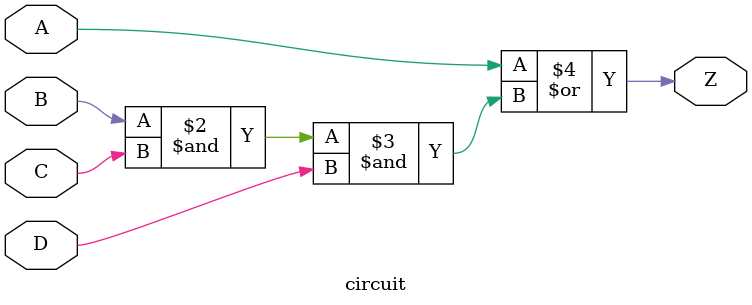
<source format=sv>


// A tabela com a expressão lógica pode ser encontrada na pasta de imagens, sendo o arquivo do dia 31/03/2023

module circuit(
	input logic A, B, C, D,
  	output logic Z
);
  always_comb Z <= A | (B & C & D);
endmodule


</source>
